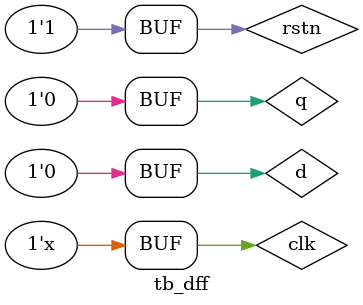
<source format=sv>
module tb_dff();

    logic clk;
    logic rstn;
    logic d;
    logic q;

    dff dut(.clk_i (clk),
            .resetn_i (rstn),
            .d_i (d),
            .q_o (q));

    always #10 clk <= ~clk;

    initial begin
        clk <= 0;
        rstn <= 1;
        d <= 0;
        q <= 0;

        #1        
        rstn <= 0;
        #10
        rstn  <= 1;

        #5  d <= 0;
        #10 d <= 1;
        #8  d <= 0;
        #3  d <= 1;
        #7  d <= 0;
    end
endmodule
</source>
